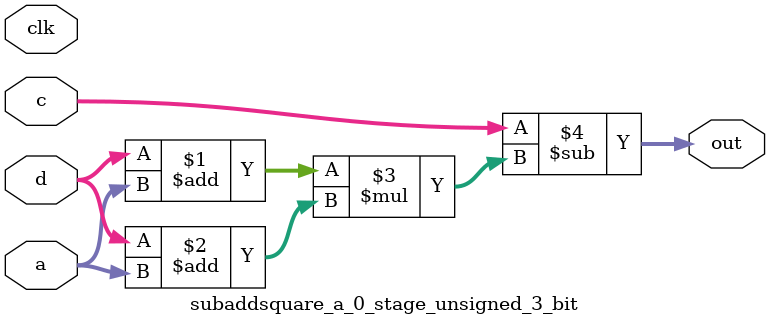
<source format=sv>
(* use_dsp = "yes" *) module subaddsquare_a_0_stage_unsigned_3_bit(
	input  [2:0] a,
	input  [2:0] c,
	input  [2:0] d,
	output [2:0] out,
	input clk);

	assign out = c - ((d + a) * (d + a));
endmodule

</source>
